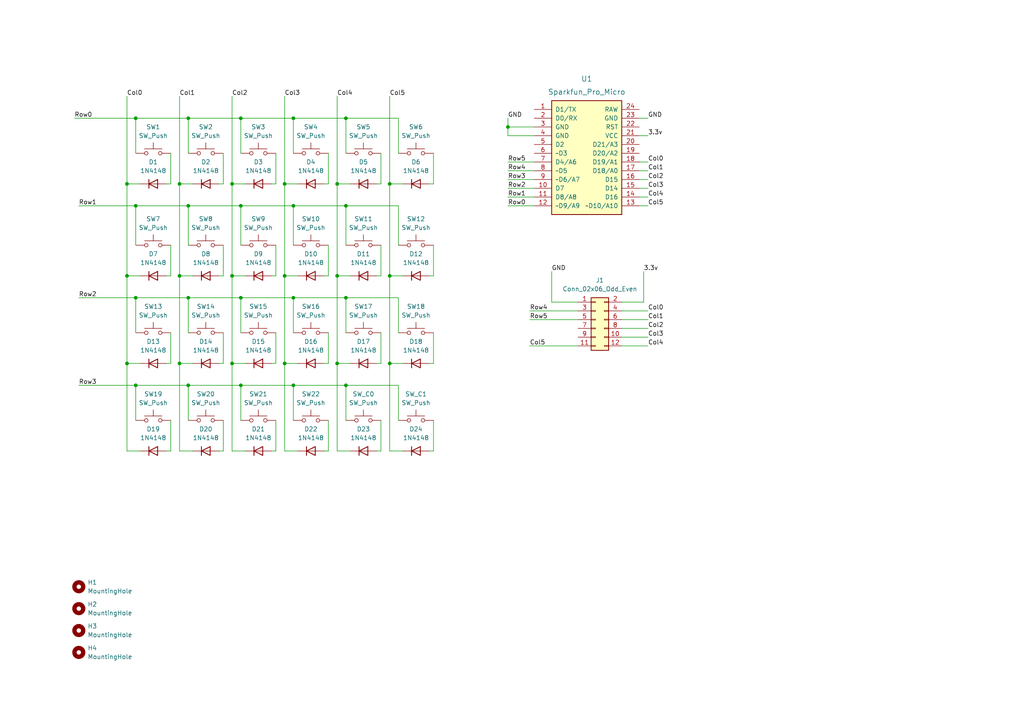
<source format=kicad_sch>
(kicad_sch (version 20211123) (generator eeschema)
  (paper "A4")
  (lib_symbols
    (symbol "Arduino:Sparkfun_Pro_Micro" (pin_names (offset 1.016))
      (property "Reference" "U" (at -8.89 21.59 0))
      (property "Value" "Sparkfun_Pro_Micro" (at 0 19.05 0))
      (symbol "Sparkfun_Pro_Micro_0_1"
        (rectangle (start -10.16 17.78) (end 10.16 -15.24) (stroke (width 0.254)) (fill (type background)))
      )
      (symbol "Sparkfun_Pro_Micro_1_1"
        (pin bidirectional line (at -15.24 15.24 0) (length 5.08) (name "D1/TX") (number "1"))
        (pin bidirectional line (at -15.24 -7.62 0) (length 5.08) (name "D7") (number "10"))
        (pin bidirectional line (at -15.24 -10.16 0) (length 5.08) (name "D8/A8") (number "11"))
        (pin bidirectional line (at -15.24 -12.7 0) (length 5.08) (name "~D9/A9") (number "12"))
        (pin bidirectional line (at 15.24 -12.7 180) (length 5.08) (name "~D10/A10") (number "13"))
        (pin bidirectional line (at 15.24 -10.16 180) (length 5.08) (name "D16") (number "14"))
        (pin bidirectional line (at 15.24 -7.62 180) (length 5.08) (name "D14") (number "15"))
        (pin bidirectional line (at 15.24 -5.08 180) (length 5.08) (name "D15") (number "16"))
        (pin bidirectional line (at 15.24 -2.54 180) (length 5.08) (name "D18/A0") (number "17"))
        (pin bidirectional line (at 15.24 0 180) (length 5.08) (name "D19/A1") (number "18"))
        (pin bidirectional line (at 15.24 2.54 180) (length 5.08) (name "D20/A2") (number "19"))
        (pin bidirectional line (at -15.24 12.7 0) (length 5.08) (name "D0/RX") (number "2"))
        (pin bidirectional line (at 15.24 5.08 180) (length 5.08) (name "D21/A3") (number "20"))
        (pin power_in line (at 15.24 7.62 180) (length 5.08) (name "VCC") (number "21"))
        (pin input line (at 15.24 10.16 180) (length 5.08) (name "RST") (number "22"))
        (pin power_in line (at 15.24 12.7 180) (length 5.08) (name "GND") (number "23"))
        (pin power_in line (at 15.24 15.24 180) (length 5.08) (name "RAW") (number "24"))
        (pin power_in line (at -15.24 10.16 0) (length 5.08) (name "GND") (number "3"))
        (pin power_in line (at -15.24 7.62 0) (length 5.08) (name "GND") (number "4"))
        (pin bidirectional line (at -15.24 5.08 0) (length 5.08) (name "D2") (number "5"))
        (pin bidirectional line (at -15.24 2.54 0) (length 5.08) (name "~D3") (number "6"))
        (pin bidirectional line (at -15.24 0 0) (length 5.08) (name "D4/A6") (number "7"))
        (pin bidirectional line (at -15.24 -2.54 0) (length 5.08) (name "~D5") (number "8"))
        (pin bidirectional line (at -15.24 -5.08 0) (length 5.08) (name "~D6/A7") (number "9"))
      )
    )
    (symbol "Connector_Generic:Conn_02x06_Odd_Even" (pin_names (offset 1.016) hide)
      (property "Reference" "J" (at 1.27 7.62 0))
      (property "Value" "Conn_02x06_Odd_Even" (at 1.27 -10.16 0))
      (symbol "Conn_02x06_Odd_Even_1_1"
        (rectangle (start -1.27 -7.493) (end 0 -7.747) (stroke (width 0.1524)))
        (rectangle (start -1.27 -4.953) (end 0 -5.207) (stroke (width 0.1524)))
        (rectangle (start -1.27 -2.413) (end 0 -2.667) (stroke (width 0.1524)))
        (rectangle (start -1.27 0.127) (end 0 -0.127) (stroke (width 0.1524)))
        (rectangle (start -1.27 2.667) (end 0 2.413) (stroke (width 0.1524)))
        (rectangle (start -1.27 5.207) (end 0 4.953) (stroke (width 0.1524)))
        (rectangle (start -1.27 6.35) (end 3.81 -8.89) (stroke (width 0.254)) (fill (type background)))
        (rectangle (start 3.81 -7.493) (end 2.54 -7.747) (stroke (width 0.1524)))
        (rectangle (start 3.81 -4.953) (end 2.54 -5.207) (stroke (width 0.1524)))
        (rectangle (start 3.81 -2.413) (end 2.54 -2.667) (stroke (width 0.1524)))
        (rectangle (start 3.81 0.127) (end 2.54 -0.127) (stroke (width 0.1524)))
        (rectangle (start 3.81 2.667) (end 2.54 2.413) (stroke (width 0.1524)))
        (rectangle (start 3.81 5.207) (end 2.54 4.953) (stroke (width 0.1524)))
        (pin passive line (at -5.08 5.08 0) (length 3.81) (name "Pin_1") (number "1"))
        (pin passive line (at 7.62 -5.08 180) (length 3.81) (name "Pin_10") (number "10"))
        (pin passive line (at -5.08 -7.62 0) (length 3.81) (name "Pin_11") (number "11"))
        (pin passive line (at 7.62 -7.62 180) (length 3.81) (name "Pin_12") (number "12"))
        (pin passive line (at 7.62 5.08 180) (length 3.81) (name "Pin_2") (number "2"))
        (pin passive line (at -5.08 2.54 0) (length 3.81) (name "Pin_3") (number "3"))
        (pin passive line (at 7.62 2.54 180) (length 3.81) (name "Pin_4") (number "4"))
        (pin passive line (at -5.08 0 0) (length 3.81) (name "Pin_5") (number "5"))
        (pin passive line (at 7.62 0 180) (length 3.81) (name "Pin_6") (number "6"))
        (pin passive line (at -5.08 -2.54 0) (length 3.81) (name "Pin_7") (number "7"))
        (pin passive line (at 7.62 -2.54 180) (length 3.81) (name "Pin_8") (number "8"))
        (pin passive line (at -5.08 -5.08 0) (length 3.81) (name "Pin_9") (number "9"))
      )
    )
    (symbol "Diode:1N4148" (pin_numbers hide) (pin_names (offset 1.016) hide)
      (property "Reference" "D" (at 0 2.54 0))
      (property "Value" "1N4148" (at 0 -2.54 0))
      (symbol "1N4148_0_1"
        (polyline (pts (xy -1.27 1.27) (xy -1.27 -1.27)) (stroke (width 0.254)))
        (polyline (pts (xy 1.27 0) (xy -1.27 0)))
        (polyline (pts (xy 1.27 1.27) (xy 1.27 -1.27) (xy -1.27 0) (xy 1.27 1.27)) (stroke (width 0.254)))
      )
      (symbol "1N4148_1_1"
        (pin passive line (at -3.81 0 0) (length 2.54) (name "K") (number "1"))
        (pin passive line (at 3.81 0 180) (length 2.54) (name "A") (number "2"))
      )
    )
    (symbol "Mechanical:MountingHole" (pin_names (offset 1.016))
      (property "Reference" "H" (at 0 5.08 0))
      (property "Value" "MountingHole" (at 0 3.175 0))
      (symbol "MountingHole_0_1"
        (circle (center 0 0) (radius 1.27) (stroke (width 1.27)))
      )
    )
    (symbol "Switch:SW_Push" (pin_numbers hide) (pin_names (offset 1.016) hide)
      (property "Reference" "SW" (at 1.27 2.54 0))
      (property "Value" "SW_Push" (at 0 -1.524 0))
      (symbol "SW_Push_0_1"
        (circle (center -2.032 0) (radius 0.508))
        (polyline (pts (xy 0 1.27) (xy 0 3.048)))
        (polyline (pts (xy 2.54 1.27) (xy -2.54 1.27)))
        (circle (center 2.032 0) (radius 0.508))
        (pin passive line (at -5.08 0 0) (length 2.54) (name "1") (number "1"))
        (pin passive line (at 5.08 0 180) (length 2.54) (name "2") (number "2"))
      )
    )
  )
  (junction (at 36.83 80.01))
  (junction (at 54.61 86.36))
  (junction (at 39.37 86.36))
  (junction (at 97.79 105.41))
  (junction (at 39.37 111.76))
  (junction (at 69.85 111.76))
  (junction (at 39.37 59.69))
  (junction (at 113.03 80.01))
  (junction (at 85.09 34.29))
  (junction (at 82.55 80.01))
  (junction (at 36.83 53.34))
  (junction (at 54.61 34.29))
  (junction (at 67.31 105.41))
  (junction (at 52.07 53.34))
  (junction (at 69.85 86.36))
  (junction (at 85.09 111.76))
  (junction (at 82.55 53.34))
  (junction (at 100.33 111.76))
  (junction (at 85.09 86.36))
  (junction (at 67.31 53.34))
  (junction (at 97.79 53.34))
  (junction (at 100.33 86.36))
  (junction (at 67.31 80.01))
  (junction (at 54.61 111.76))
  (junction (at 52.07 105.41))
  (junction (at 147.32 36.83))
  (junction (at 113.03 105.41))
  (junction (at 85.09 59.69))
  (junction (at 36.83 105.41))
  (junction (at 82.55 105.41))
  (junction (at 97.79 80.01))
  (junction (at 113.03 53.34))
  (junction (at 52.07 80.01))
  (junction (at 69.85 59.69))
  (junction (at 54.61 59.69))
  (junction (at 100.33 34.29))
  (junction (at 69.85 34.29))
  (junction (at 39.37 34.29))
  (junction (at 100.33 59.69))
  (wire (pts (xy 71.12 53.34) (xy 67.31 53.34)))
  (wire (pts (xy 64.77 121.92) (xy 64.77 130.81)))
  (wire (pts (xy 167.64 87.63) (xy 160.02 87.63)))
  (wire (pts (xy 101.6 80.01) (xy 97.79 80.01)))
  (wire (pts (xy 80.01 96.52) (xy 80.01 105.41)))
  (wire (pts (xy 55.88 130.81) (xy 52.07 130.81)))
  (wire (pts (xy 115.57 111.76) (xy 115.57 121.92)))
  (wire (pts (xy 80.01 130.81) (xy 78.74 130.81)))
  (wire (pts (xy 64.77 71.12) (xy 64.77 80.01)))
  (wire (pts (xy 82.55 130.81) (xy 82.55 105.41)))
  (wire (pts (xy 125.73 96.52) (xy 125.73 105.41)))
  (wire (pts (xy 49.53 96.52) (xy 49.53 105.41)))
  (wire (pts (xy 80.01 105.41) (xy 78.74 105.41)))
  (wire (pts (xy 95.25 105.41) (xy 93.98 105.41)))
  (wire (pts (xy 147.32 57.15) (xy 154.94 57.15)))
  (wire (pts (xy 67.31 80.01) (xy 67.31 53.34)))
  (wire (pts (xy 185.42 59.69) (xy 187.96 59.69)))
  (wire (pts (xy 185.42 57.15) (xy 187.96 57.15)))
  (wire (pts (xy 55.88 53.34) (xy 52.07 53.34)))
  (wire (pts (xy 69.85 86.36) (xy 69.85 96.52)))
  (wire (pts (xy 125.73 80.01) (xy 124.46 80.01)))
  (wire (pts (xy 64.77 44.45) (xy 64.77 53.34)))
  (wire (pts (xy 116.84 130.81) (xy 113.03 130.81)))
  (wire (pts (xy 116.84 105.41) (xy 113.03 105.41)))
  (wire (pts (xy 125.73 53.34) (xy 124.46 53.34)))
  (wire (pts (xy 147.32 59.69) (xy 154.94 59.69)))
  (wire (pts (xy 147.32 49.53) (xy 154.94 49.53)))
  (wire (pts (xy 125.73 121.92) (xy 125.73 130.81)))
  (wire (pts (xy 100.33 59.69) (xy 115.57 59.69)))
  (wire (pts (xy 110.49 44.45) (xy 110.49 53.34)))
  (wire (pts (xy 64.77 130.81) (xy 63.5 130.81)))
  (wire (pts (xy 54.61 111.76) (xy 69.85 111.76)))
  (wire (pts (xy 85.09 34.29) (xy 100.33 34.29)))
  (wire (pts (xy 54.61 59.69) (xy 69.85 59.69)))
  (wire (pts (xy 180.34 95.25) (xy 187.96 95.25)))
  (wire (pts (xy 110.49 130.81) (xy 109.22 130.81)))
  (wire (pts (xy 125.73 44.45) (xy 125.73 53.34)))
  (wire (pts (xy 49.53 44.45) (xy 49.53 53.34)))
  (wire (pts (xy 95.25 71.12) (xy 95.25 80.01)))
  (wire (pts (xy 147.32 34.29) (xy 147.32 36.83)))
  (wire (pts (xy 147.32 46.99) (xy 154.94 46.99)))
  (wire (pts (xy 86.36 80.01) (xy 82.55 80.01)))
  (wire (pts (xy 82.55 80.01) (xy 82.55 53.34)))
  (wire (pts (xy 110.49 53.34) (xy 109.22 53.34)))
  (wire (pts (xy 110.49 105.41) (xy 109.22 105.41)))
  (wire (pts (xy 22.86 59.69) (xy 39.37 59.69)))
  (wire (pts (xy 54.61 111.76) (xy 54.61 121.92)))
  (wire (pts (xy 49.53 121.92) (xy 49.53 130.81)))
  (wire (pts (xy 49.53 105.41) (xy 48.26 105.41)))
  (wire (pts (xy 69.85 86.36) (xy 85.09 86.36)))
  (wire (pts (xy 95.25 80.01) (xy 93.98 80.01)))
  (wire (pts (xy 86.36 130.81) (xy 82.55 130.81)))
  (wire (pts (xy 85.09 111.76) (xy 100.33 111.76)))
  (wire (pts (xy 67.31 80.01) (xy 67.31 105.41)))
  (wire (pts (xy 69.85 59.69) (xy 69.85 71.12)))
  (wire (pts (xy 85.09 86.36) (xy 100.33 86.36)))
  (wire (pts (xy 54.61 34.29) (xy 69.85 34.29)))
  (wire (pts (xy 36.83 53.34) (xy 36.83 80.01)))
  (wire (pts (xy 86.36 53.34) (xy 82.55 53.34)))
  (wire (pts (xy 100.33 34.29) (xy 100.33 44.45)))
  (wire (pts (xy 55.88 80.01) (xy 52.07 80.01)))
  (wire (pts (xy 67.31 53.34) (xy 67.31 27.94)))
  (wire (pts (xy 160.02 78.74) (xy 160.02 87.63)))
  (wire (pts (xy 95.25 130.81) (xy 93.98 130.81)))
  (wire (pts (xy 147.32 36.83) (xy 147.32 39.37)))
  (wire (pts (xy 52.07 80.01) (xy 52.07 105.41)))
  (wire (pts (xy 97.79 80.01) (xy 97.79 53.34)))
  (wire (pts (xy 115.57 59.69) (xy 115.57 71.12)))
  (wire (pts (xy 97.79 130.81) (xy 97.79 105.41)))
  (wire (pts (xy 100.33 86.36) (xy 100.33 96.52)))
  (wire (pts (xy 71.12 105.41) (xy 67.31 105.41)))
  (wire (pts (xy 116.84 80.01) (xy 113.03 80.01)))
  (wire (pts (xy 100.33 111.76) (xy 115.57 111.76)))
  (wire (pts (xy 71.12 130.81) (xy 67.31 130.81)))
  (wire (pts (xy 85.09 59.69) (xy 85.09 71.12)))
  (wire (pts (xy 95.25 121.92) (xy 95.25 130.81)))
  (wire (pts (xy 180.34 92.71) (xy 187.96 92.71)))
  (wire (pts (xy 69.85 34.29) (xy 69.85 44.45)))
  (wire (pts (xy 101.6 130.81) (xy 97.79 130.81)))
  (wire (pts (xy 180.34 100.33) (xy 187.96 100.33)))
  (wire (pts (xy 55.88 105.41) (xy 52.07 105.41)))
  (wire (pts (xy 49.53 53.34) (xy 48.26 53.34)))
  (wire (pts (xy 52.07 53.34) (xy 52.07 27.94)))
  (wire (pts (xy 113.03 130.81) (xy 113.03 105.41)))
  (wire (pts (xy 52.07 130.81) (xy 52.07 105.41)))
  (wire (pts (xy 39.37 59.69) (xy 39.37 71.12)))
  (wire (pts (xy 153.67 92.71) (xy 167.64 92.71)))
  (wire (pts (xy 80.01 80.01) (xy 78.74 80.01)))
  (wire (pts (xy 67.31 105.41) (xy 67.31 130.81)))
  (wire (pts (xy 36.83 130.81) (xy 36.83 105.41)))
  (wire (pts (xy 40.64 105.41) (xy 36.83 105.41)))
  (wire (pts (xy 86.36 105.41) (xy 82.55 105.41)))
  (wire (pts (xy 64.77 105.41) (xy 63.5 105.41)))
  (wire (pts (xy 85.09 34.29) (xy 85.09 44.45)))
  (wire (pts (xy 125.73 105.41) (xy 124.46 105.41)))
  (wire (pts (xy 153.67 90.17) (xy 167.64 90.17)))
  (wire (pts (xy 147.32 52.07) (xy 154.94 52.07)))
  (wire (pts (xy 36.83 53.34) (xy 40.64 53.34)))
  (wire (pts (xy 185.42 54.61) (xy 187.96 54.61)))
  (wire (pts (xy 180.34 90.17) (xy 187.96 90.17)))
  (wire (pts (xy 54.61 86.36) (xy 54.61 96.52)))
  (wire (pts (xy 52.07 53.34) (xy 52.07 80.01)))
  (wire (pts (xy 69.85 111.76) (xy 69.85 121.92)))
  (wire (pts (xy 185.42 34.29) (xy 187.96 34.29)))
  (wire (pts (xy 115.57 34.29) (xy 100.33 34.29)))
  (wire (pts (xy 113.03 105.41) (xy 113.03 80.01)))
  (wire (pts (xy 113.03 80.01) (xy 113.03 53.34)))
  (wire (pts (xy 95.25 53.34) (xy 93.98 53.34)))
  (wire (pts (xy 185.42 52.07) (xy 187.96 52.07)))
  (wire (pts (xy 64.77 96.52) (xy 64.77 105.41)))
  (wire (pts (xy 80.01 71.12) (xy 80.01 80.01)))
  (wire (pts (xy 97.79 53.34) (xy 97.79 27.94)))
  (wire (pts (xy 113.03 53.34) (xy 113.03 27.94)))
  (wire (pts (xy 82.55 53.34) (xy 82.55 27.94)))
  (wire (pts (xy 116.84 53.34) (xy 113.03 53.34)))
  (wire (pts (xy 54.61 86.36) (xy 69.85 86.36)))
  (wire (pts (xy 39.37 86.36) (xy 39.37 96.52)))
  (wire (pts (xy 153.67 100.33) (xy 167.64 100.33)))
  (wire (pts (xy 69.85 59.69) (xy 85.09 59.69)))
  (wire (pts (xy 110.49 121.92) (xy 110.49 130.81)))
  (wire (pts (xy 100.33 111.76) (xy 100.33 121.92)))
  (wire (pts (xy 80.01 44.45) (xy 80.01 53.34)))
  (wire (pts (xy 180.34 97.79) (xy 187.96 97.79)))
  (wire (pts (xy 39.37 34.29) (xy 54.61 34.29)))
  (wire (pts (xy 100.33 59.69) (xy 100.33 71.12)))
  (wire (pts (xy 39.37 111.76) (xy 54.61 111.76)))
  (wire (pts (xy 147.32 39.37) (xy 154.94 39.37)))
  (wire (pts (xy 95.25 44.45) (xy 95.25 53.34)))
  (wire (pts (xy 85.09 86.36) (xy 85.09 96.52)))
  (wire (pts (xy 101.6 53.34) (xy 97.79 53.34)))
  (wire (pts (xy 54.61 34.29) (xy 54.61 44.45)))
  (wire (pts (xy 82.55 105.41) (xy 82.55 80.01)))
  (wire (pts (xy 21.59 34.29) (xy 39.37 34.29)))
  (wire (pts (xy 85.09 111.76) (xy 85.09 121.92)))
  (wire (pts (xy 125.73 130.81) (xy 124.46 130.81)))
  (wire (pts (xy 80.01 121.92) (xy 80.01 130.81)))
  (wire (pts (xy 95.25 96.52) (xy 95.25 105.41)))
  (wire (pts (xy 39.37 34.29) (xy 39.37 44.45)))
  (wire (pts (xy 64.77 80.01) (xy 63.5 80.01)))
  (wire (pts (xy 100.33 86.36) (xy 115.57 86.36)))
  (wire (pts (xy 49.53 80.01) (xy 48.26 80.01)))
  (wire (pts (xy 40.64 130.81) (xy 36.83 130.81)))
  (wire (pts (xy 85.09 59.69) (xy 100.33 59.69)))
  (wire (pts (xy 36.83 105.41) (xy 36.83 80.01)))
  (wire (pts (xy 180.34 87.63) (xy 186.69 87.63)))
  (wire (pts (xy 36.83 27.94) (xy 36.83 53.34)))
  (wire (pts (xy 110.49 80.01) (xy 109.22 80.01)))
  (wire (pts (xy 39.37 111.76) (xy 39.37 121.92)))
  (wire (pts (xy 71.12 80.01) (xy 67.31 80.01)))
  (wire (pts (xy 39.37 86.36) (xy 54.61 86.36)))
  (wire (pts (xy 185.42 39.37) (xy 187.96 39.37)))
  (wire (pts (xy 49.53 71.12) (xy 49.53 80.01)))
  (wire (pts (xy 49.53 130.81) (xy 48.26 130.81)))
  (wire (pts (xy 147.32 54.61) (xy 154.94 54.61)))
  (wire (pts (xy 69.85 34.29) (xy 85.09 34.29)))
  (wire (pts (xy 69.85 111.76) (xy 85.09 111.76)))
  (wire (pts (xy 64.77 53.34) (xy 63.5 53.34)))
  (wire (pts (xy 101.6 105.41) (xy 97.79 105.41)))
  (wire (pts (xy 147.32 36.83) (xy 154.94 36.83)))
  (wire (pts (xy 185.42 46.99) (xy 187.96 46.99)))
  (wire (pts (xy 40.64 80.01) (xy 36.83 80.01)))
  (wire (pts (xy 115.57 44.45) (xy 115.57 34.29)))
  (wire (pts (xy 186.69 78.74) (xy 186.69 87.63)))
  (wire (pts (xy 22.86 111.76) (xy 39.37 111.76)))
  (wire (pts (xy 110.49 71.12) (xy 110.49 80.01)))
  (wire (pts (xy 97.79 105.41) (xy 97.79 80.01)))
  (wire (pts (xy 22.86 86.36) (xy 39.37 86.36)))
  (wire (pts (xy 110.49 96.52) (xy 110.49 105.41)))
  (wire (pts (xy 115.57 86.36) (xy 115.57 96.52)))
  (wire (pts (xy 39.37 59.69) (xy 54.61 59.69)))
  (wire (pts (xy 80.01 53.34) (xy 78.74 53.34)))
  (wire (pts (xy 125.73 71.12) (xy 125.73 80.01)))
  (wire (pts (xy 185.42 49.53) (xy 187.96 49.53)))
  (wire (pts (xy 54.61 59.69) (xy 54.61 71.12)))
  (label "Row3" (at 147.32 52.07 0))
  (label "Row4" (at 153.67 90.17 0))
  (label "Col0" (at 187.96 46.99 0))
  (label "GND" (at 147.32 34.29 0))
  (label "Col3" (at 187.96 54.61 0))
  (label "3.3v" (at 187.96 39.37 0))
  (label "Col5" (at 187.96 59.69 0))
  (label "Row1" (at 147.32 57.15 0))
  (label "Row1" (at 22.86 59.69 0))
  (label "Row0" (at 147.32 59.69 0))
  (label "Col1" (at 187.96 92.71 0))
  (label "Row2" (at 22.86 86.36 0))
  (label "Col3" (at 82.55 27.94 0))
  (label "Col2" (at 187.96 52.07 0))
  (label "Col1" (at 187.96 49.53 0))
  (label "Row5" (at 147.32 46.99 0))
  (label "Row4" (at 147.32 49.53 0))
  (label "Col3" (at 187.96 97.79 0))
  (label "Col4" (at 97.79 27.94 0))
  (label "Col0" (at 36.83 27.94 0))
  (label "Row5" (at 153.67 92.71 0))
  (label "Col5" (at 153.67 100.33 0))
  (label "Row3" (at 22.86 111.76 0))
  (label "Col4" (at 187.96 57.15 0))
  (label "Col1" (at 52.07 27.94 0))
  (label "Row2" (at 147.32 54.61 0))
  (label "GND" (at 187.96 34.29 0))
  (label "Col5" (at 113.03 27.94 0))
  (label "GND" (at 160.02 78.74 0))
  (label "Col4" (at 187.96 100.33 0))
  (label "Row0" (at 21.59 34.29 0))
  (label "Col2" (at 187.96 95.25 0))
  (label "Col2" (at 67.31 27.94 0))
  (label "Col0" (at 187.96 90.17 0))
  (label "3.3v" (at 186.69 78.74 0))
  (symbol (lib_id "Diode:1N4148") (at 120.65 105.41 0) (unit 1)
    (property "Reference" "D18" (at 120.65 99.06 0))
    (property "Value" "1N4148" (at 120.65 101.6 0))
    (property "Footprint" "Diode_THT:D_DO-35_SOD27_P7.62mm_Horizontal" (effects hide))
    (property "Datasheet" "https://assets.nexperia.com/documents/data-sheet/1N4148_1N4448.pdf" (effects hide))
  )
  (symbol (lib_id "Diode:1N4148") (at 74.93 80.01 0) (unit 1)
    (property "Reference" "D9" (at 74.93 73.66 0))
    (property "Value" "1N4148" (at 74.93 76.2 0))
    (property "Footprint" "Diode_THT:D_DO-35_SOD27_P7.62mm_Horizontal" (effects hide))
    (property "Datasheet" "https://assets.nexperia.com/documents/data-sheet/1N4148_1N4448.pdf" (effects hide))
  )
  (symbol (lib_id "Diode:1N4148") (at 105.41 53.34 0) (unit 1)
    (property "Reference" "D5" (at 105.41 46.99 0))
    (property "Value" "1N4148" (at 105.41 49.53 0))
    (property "Footprint" "Diode_THT:D_DO-35_SOD27_P7.62mm_Horizontal" (effects hide))
    (property "Datasheet" "https://assets.nexperia.com/documents/data-sheet/1N4148_1N4448.pdf" (effects hide))
  )
  (symbol (lib_id "Diode:1N4148") (at 44.45 105.41 0) (unit 1)
    (property "Reference" "D13" (at 44.45 99.06 0))
    (property "Value" "1N4148" (at 44.45 101.6 0))
    (property "Footprint" "Diode_THT:D_DO-35_SOD27_P7.62mm_Horizontal" (effects hide))
    (property "Datasheet" "https://assets.nexperia.com/documents/data-sheet/1N4148_1N4448.pdf" (effects hide))
  )
  (symbol (lib_id "Switch:SW_Push") (at 105.41 121.92 0) (unit 1)
    (property "Reference" "SW_C0" (at 105.41 114.3 0))
    (property "Value" "SW_Push" (at 105.41 116.84 0))
    (property "Footprint" "Button_Switch_THT:SW_PUSH_6mm_H7.3mm" (effects hide))
  )
  (symbol (lib_id "Diode:1N4148") (at 105.41 105.41 0) (unit 1)
    (property "Reference" "D17" (at 105.41 99.06 0))
    (property "Value" "1N4148" (at 105.41 101.6 0))
    (property "Footprint" "Diode_THT:D_DO-35_SOD27_P7.62mm_Horizontal" (effects hide))
    (property "Datasheet" "https://assets.nexperia.com/documents/data-sheet/1N4148_1N4448.pdf" (effects hide))
  )
  (symbol (lib_id "Diode:1N4148") (at 59.69 105.41 0) (unit 1)
    (property "Reference" "D14" (at 59.69 99.06 0))
    (property "Value" "1N4148" (at 59.69 101.6 0))
    (property "Footprint" "Diode_THT:D_DO-35_SOD27_P7.62mm_Horizontal" (effects hide))
    (property "Datasheet" "https://assets.nexperia.com/documents/data-sheet/1N4148_1N4448.pdf" (effects hide))
  )
  (symbol (lib_id "Switch:SW_Push") (at 44.45 44.45 0) (unit 1)
    (property "Reference" "SW1" (at 44.45 36.83 0))
    (property "Value" "SW_Push" (at 44.45 39.37 0))
    (property "Footprint" "MX_Only:MXOnly-1U-Hotswap" (effects hide))
  )
  (symbol (lib_id "Mechanical:MountingHole") (at 22.86 189.23 0) (unit 1)
    (property "Reference" "H4" (at 25.4 187.9599 0) (effects (justify left)))
    (property "Value" "MountingHole" (at 25.4 190.4999 0) (effects (justify left)))
    (property "Footprint" "MountingHole:MountingHole_3.2mm_M3" (effects hide))
  )
  (symbol (lib_id "Mechanical:MountingHole") (at 22.86 170.18 0) (unit 1)
    (property "Reference" "H1" (at 25.4 168.9099 0) (effects (justify left)))
    (property "Value" "MountingHole" (at 25.4 171.4499 0) (effects (justify left)))
    (property "Footprint" "MountingHole:MountingHole_3.2mm_M3" (effects hide))
  )
  (symbol (lib_id "Switch:SW_Push") (at 120.65 71.12 0) (unit 1)
    (property "Reference" "SW12" (at 120.65 63.5 0))
    (property "Value" "SW_Push" (at 120.65 66.04 0))
    (property "Footprint" "MX_Only:MXOnly-1U-Hotswap" (effects hide))
  )
  (symbol (lib_id "Diode:1N4148") (at 120.65 80.01 0) (unit 1)
    (property "Reference" "D12" (at 120.65 73.66 0))
    (property "Value" "1N4148" (at 120.65 76.2 0))
    (property "Footprint" "Diode_THT:D_DO-35_SOD27_P7.62mm_Horizontal" (effects hide))
    (property "Datasheet" "https://assets.nexperia.com/documents/data-sheet/1N4148_1N4448.pdf" (effects hide))
  )
  (symbol (lib_id "Switch:SW_Push") (at 120.65 96.52 0) (unit 1)
    (property "Reference" "SW18" (at 120.65 88.9 0))
    (property "Value" "SW_Push" (at 120.65 91.44 0))
    (property "Footprint" "MX_Only:MXOnly-1U-Hotswap" (effects hide))
  )
  (symbol (lib_id "Diode:1N4148") (at 74.93 105.41 0) (unit 1)
    (property "Reference" "D15" (at 74.93 99.06 0))
    (property "Value" "1N4148" (at 74.93 101.6 0))
    (property "Footprint" "Diode_THT:D_DO-35_SOD27_P7.62mm_Horizontal" (effects hide))
    (property "Datasheet" "https://assets.nexperia.com/documents/data-sheet/1N4148_1N4448.pdf" (effects hide))
  )
  (symbol (lib_id "Mechanical:MountingHole") (at 22.86 182.88 0) (unit 1)
    (property "Reference" "H3" (at 25.4 181.6099 0) (effects (justify left)))
    (property "Value" "MountingHole" (at 25.4 184.1499 0) (effects (justify left)))
    (property "Footprint" "MountingHole:MountingHole_3.2mm_M3" (effects hide))
  )
  (symbol (lib_id "Switch:SW_Push") (at 44.45 71.12 0) (unit 1)
    (property "Reference" "SW7" (at 44.45 63.5 0))
    (property "Value" "SW_Push" (at 44.45 66.04 0))
    (property "Footprint" "MX_Only:MXOnly-1U-Hotswap" (effects hide))
  )
  (symbol (lib_id "Diode:1N4148") (at 74.93 130.81 0) (unit 1)
    (property "Reference" "D21" (at 74.93 124.46 0))
    (property "Value" "1N4148" (at 74.93 127 0))
    (property "Footprint" "Diode_THT:D_DO-35_SOD27_P7.62mm_Horizontal" (effects hide))
    (property "Datasheet" "https://assets.nexperia.com/documents/data-sheet/1N4148_1N4448.pdf" (effects hide))
  )
  (symbol (lib_id "Switch:SW_Push") (at 105.41 71.12 0) (unit 1)
    (property "Reference" "SW11" (at 105.41 63.5 0))
    (property "Value" "SW_Push" (at 105.41 66.04 0))
    (property "Footprint" "MX_Only:MXOnly-1U-Hotswap" (effects hide))
  )
  (symbol (lib_id "Mechanical:MountingHole") (at 22.86 176.53 0) (unit 1)
    (property "Reference" "H2" (at 25.4 175.2599 0) (effects (justify left)))
    (property "Value" "MountingHole" (at 25.4 177.7999 0) (effects (justify left)))
    (property "Footprint" "MountingHole:MountingHole_3.2mm_M3" (effects hide))
  )
  (symbol (lib_id "Diode:1N4148") (at 59.69 80.01 0) (unit 1)
    (property "Reference" "D8" (at 59.69 73.66 0))
    (property "Value" "1N4148" (at 59.69 76.2 0))
    (property "Footprint" "Diode_THT:D_DO-35_SOD27_P7.62mm_Horizontal" (effects hide))
    (property "Datasheet" "https://assets.nexperia.com/documents/data-sheet/1N4148_1N4448.pdf" (effects hide))
  )
  (symbol (lib_id "Arduino:Sparkfun_Pro_Micro") (at 170.18 46.99 0) (unit 1)
    (property "Reference" "U1" (at 170.18 22.86 0) (effects (font (size 1.524 1.524))))
    (property "Value" "Sparkfun_Pro_Micro" (at 170.18 26.67 0) (effects (font (size 1.524 1.524))))
    (property "Footprint" "Arduino:Sparkfun_Pro_Micro" (effects hide))
    (property "Datasheet" "https://www.sparkfun.com/products/12640" (effects hide))
  )
  (symbol (lib_id "Switch:SW_Push") (at 74.93 96.52 0) (unit 1)
    (property "Reference" "SW15" (at 74.93 88.9 0))
    (property "Value" "SW_Push" (at 74.93 91.44 0))
    (property "Footprint" "MX_Only:MXOnly-1.25U-Hotswap" (effects hide))
  )
  (symbol (lib_id "Diode:1N4148") (at 90.17 53.34 0) (unit 1)
    (property "Reference" "D4" (at 90.17 46.99 0))
    (property "Value" "1N4148" (at 90.17 49.53 0))
    (property "Footprint" "Diode_THT:D_DO-35_SOD27_P7.62mm_Horizontal" (effects hide))
    (property "Datasheet" "https://assets.nexperia.com/documents/data-sheet/1N4148_1N4448.pdf" (effects hide))
  )
  (symbol (lib_id "Switch:SW_Push") (at 44.45 96.52 0) (unit 1)
    (property "Reference" "SW13" (at 44.45 88.9 0))
    (property "Value" "SW_Push" (at 44.45 91.44 0))
    (property "Footprint" "MX_Only:MXOnly-1U-Hotswap" (effects hide))
  )
  (symbol (lib_id "Switch:SW_Push") (at 90.17 71.12 0) (unit 1)
    (property "Reference" "SW10" (at 90.17 63.5 0))
    (property "Value" "SW_Push" (at 90.17 66.04 0))
    (property "Footprint" "MX_Only:MXOnly-1U-Hotswap" (effects hide))
  )
  (symbol (lib_id "Diode:1N4148") (at 44.45 53.34 0) (unit 1)
    (property "Reference" "D1" (at 44.45 46.99 0))
    (property "Value" "1N4148" (at 44.45 49.53 0))
    (property "Footprint" "Diode_THT:D_DO-35_SOD27_P7.62mm_Horizontal" (effects hide))
    (property "Datasheet" "https://assets.nexperia.com/documents/data-sheet/1N4148_1N4448.pdf" (effects hide))
  )
  (symbol (lib_id "Diode:1N4148") (at 74.93 53.34 0) (unit 1)
    (property "Reference" "D3" (at 74.93 46.99 0))
    (property "Value" "1N4148" (at 74.93 49.53 0))
    (property "Footprint" "Diode_THT:D_DO-35_SOD27_P7.62mm_Horizontal" (effects hide))
    (property "Datasheet" "https://assets.nexperia.com/documents/data-sheet/1N4148_1N4448.pdf" (effects hide))
  )
  (symbol (lib_id "Switch:SW_Push") (at 74.93 71.12 0) (unit 1)
    (property "Reference" "SW9" (at 74.93 63.5 0))
    (property "Value" "SW_Push" (at 74.93 66.04 0))
    (property "Footprint" "MX_Only:MXOnly-1U-Hotswap" (effects hide))
  )
  (symbol (lib_id "Switch:SW_Push") (at 90.17 121.92 0) (unit 1)
    (property "Reference" "SW22" (at 90.17 114.3 0))
    (property "Value" "SW_Push" (at 90.17 116.84 0))
    (property "Footprint" "MX_Only:MXOnly-2U-Hotswap" (effects hide))
  )
  (symbol (lib_id "Switch:SW_Push") (at 74.93 44.45 0) (unit 1)
    (property "Reference" "SW3" (at 74.93 36.83 0))
    (property "Value" "SW_Push" (at 74.93 39.37 0))
    (property "Footprint" "MX_Only:MXOnly-1U-Hotswap" (effects hide))
  )
  (symbol (lib_id "Connector_Generic:Conn_02x06_Odd_Even") (at 172.72 92.71 0) (unit 1)
    (property "Reference" "J1" (at 173.99 81.28 0))
    (property "Value" "Conn_02x06_Odd_Even" (at 173.99 83.82 0))
    (property "Footprint" "Connector_PinHeader_2.54mm:PinHeader_2x06_P2.54mm_Horizontal" (effects hide))
  )
  (symbol (lib_id "Diode:1N4148") (at 120.65 130.81 0) (unit 1)
    (property "Reference" "D24" (at 120.65 124.46 0))
    (property "Value" "1N4148" (at 120.65 127 0))
    (property "Footprint" "Diode_THT:D_DO-35_SOD27_P7.62mm_Horizontal" (effects hide))
    (property "Datasheet" "https://assets.nexperia.com/documents/data-sheet/1N4148_1N4448.pdf" (effects hide))
  )
  (symbol (lib_id "Diode:1N4148") (at 59.69 53.34 0) (unit 1)
    (property "Reference" "D2" (at 59.69 46.99 0))
    (property "Value" "1N4148" (at 59.69 49.53 0))
    (property "Footprint" "Diode_THT:D_DO-35_SOD27_P7.62mm_Horizontal" (effects hide))
    (property "Datasheet" "https://assets.nexperia.com/documents/data-sheet/1N4148_1N4448.pdf" (effects hide))
  )
  (symbol (lib_id "Switch:SW_Push") (at 44.45 121.92 0) (unit 1)
    (property "Reference" "SW19" (at 44.45 114.3 0))
    (property "Value" "SW_Push" (at 44.45 116.84 0))
    (property "Footprint" "MX_Only:MXOnly-1.25U-Hotswap" (effects hide))
  )
  (symbol (lib_id "Diode:1N4148") (at 90.17 130.81 0) (unit 1)
    (property "Reference" "D22" (at 90.17 124.46 0))
    (property "Value" "1N4148" (at 90.17 127 0))
    (property "Footprint" "Diode_THT:D_DO-35_SOD27_P7.62mm_Horizontal" (effects hide))
    (property "Datasheet" "https://assets.nexperia.com/documents/data-sheet/1N4148_1N4448.pdf" (effects hide))
  )
  (symbol (lib_id "Switch:SW_Push") (at 120.65 121.92 0) (unit 1)
    (property "Reference" "SW_C1" (at 120.65 114.3 0))
    (property "Value" "SW_Push" (at 120.65 116.84 0))
    (property "Footprint" "Button_Switch_THT:SW_PUSH_6mm_H7.3mm" (effects hide))
  )
  (symbol (lib_id "Diode:1N4148") (at 90.17 105.41 0) (unit 1)
    (property "Reference" "D16" (at 90.17 99.06 0))
    (property "Value" "1N4148" (at 90.17 101.6 0))
    (property "Footprint" "Diode_THT:D_DO-35_SOD27_P7.62mm_Horizontal" (effects hide))
    (property "Datasheet" "https://assets.nexperia.com/documents/data-sheet/1N4148_1N4448.pdf" (effects hide))
  )
  (symbol (lib_id "Diode:1N4148") (at 105.41 80.01 0) (unit 1)
    (property "Reference" "D11" (at 105.41 73.66 0))
    (property "Value" "1N4148" (at 105.41 76.2 0))
    (property "Footprint" "Diode_THT:D_DO-35_SOD27_P7.62mm_Horizontal" (effects hide))
    (property "Datasheet" "https://assets.nexperia.com/documents/data-sheet/1N4148_1N4448.pdf" (effects hide))
  )
  (symbol (lib_id "Switch:SW_Push") (at 105.41 96.52 0) (unit 1)
    (property "Reference" "SW17" (at 105.41 88.9 0))
    (property "Value" "SW_Push" (at 105.41 91.44 0))
    (property "Footprint" "MX_Only:MXOnly-1U-Hotswap" (effects hide))
  )
  (symbol (lib_id "Switch:SW_Push") (at 105.41 44.45 0) (unit 1)
    (property "Reference" "SW5" (at 105.41 36.83 0))
    (property "Value" "SW_Push" (at 105.41 39.37 0))
    (property "Footprint" "MX_Only:MXOnly-1U-Hotswap" (effects hide))
  )
  (symbol (lib_id "Diode:1N4148") (at 59.69 130.81 0) (unit 1)
    (property "Reference" "D20" (at 59.69 124.46 0))
    (property "Value" "1N4148" (at 59.69 127 0))
    (property "Footprint" "Diode_THT:D_DO-35_SOD27_P7.62mm_Horizontal" (effects hide))
    (property "Datasheet" "https://assets.nexperia.com/documents/data-sheet/1N4148_1N4448.pdf" (effects hide))
  )
  (symbol (lib_id "Switch:SW_Push") (at 59.69 44.45 0) (unit 1)
    (property "Reference" "SW2" (at 59.69 36.83 0))
    (property "Value" "SW_Push" (at 59.69 39.37 0))
    (property "Footprint" "MX_Only:MXOnly-1U-Hotswap" (effects hide))
  )
  (symbol (lib_id "Switch:SW_Push") (at 59.69 71.12 0) (unit 1)
    (property "Reference" "SW8" (at 59.69 63.5 0))
    (property "Value" "SW_Push" (at 59.69 66.04 0))
    (property "Footprint" "MX_Only:MXOnly-1U-Hotswap" (effects hide))
  )
  (symbol (lib_id "Switch:SW_Push") (at 59.69 96.52 0) (unit 1)
    (property "Reference" "SW14" (at 59.69 88.9 0))
    (property "Value" "SW_Push" (at 59.69 91.44 0))
    (property "Footprint" "MX_Only:MXOnly-1U-Hotswap" (effects hide))
  )
  (symbol (lib_id "Switch:SW_Push") (at 59.69 121.92 0) (unit 1)
    (property "Reference" "SW20" (at 59.69 114.3 0))
    (property "Value" "SW_Push" (at 59.69 116.84 0))
    (property "Footprint" "MX_Only:MXOnly-2U-Hotswap" (effects hide))
  )
  (symbol (lib_id "Switch:SW_Push") (at 120.65 44.45 0) (unit 1)
    (property "Reference" "SW6" (at 120.65 36.83 0))
    (property "Value" "SW_Push" (at 120.65 39.37 0))
    (property "Footprint" "MX_Only:MXOnly-1U-Hotswap" (effects hide))
  )
  (symbol (lib_id "Diode:1N4148") (at 90.17 80.01 0) (unit 1)
    (property "Reference" "D10" (at 90.17 73.66 0))
    (property "Value" "1N4148" (at 90.17 76.2 0))
    (property "Footprint" "Diode_THT:D_DO-35_SOD27_P7.62mm_Horizontal" (effects hide))
    (property "Datasheet" "https://assets.nexperia.com/documents/data-sheet/1N4148_1N4448.pdf" (effects hide))
  )
  (symbol (lib_id "Diode:1N4148") (at 120.65 53.34 0) (unit 1)
    (property "Reference" "D6" (at 120.65 46.99 0))
    (property "Value" "1N4148" (at 120.65 49.53 0))
    (property "Footprint" "Diode_THT:D_DO-35_SOD27_P7.62mm_Horizontal" (effects hide))
    (property "Datasheet" "https://assets.nexperia.com/documents/data-sheet/1N4148_1N4448.pdf" (effects hide))
  )
  (symbol (lib_id "Diode:1N4148") (at 44.45 80.01 0) (unit 1)
    (property "Reference" "D7" (at 44.45 73.66 0))
    (property "Value" "1N4148" (at 44.45 76.2 0))
    (property "Footprint" "Diode_THT:D_DO-35_SOD27_P7.62mm_Horizontal" (effects hide))
    (property "Datasheet" "https://assets.nexperia.com/documents/data-sheet/1N4148_1N4448.pdf" (effects hide))
  )
  (symbol (lib_id "Diode:1N4148") (at 105.41 130.81 0) (unit 1)
    (property "Reference" "D23" (at 105.41 124.46 0))
    (property "Value" "1N4148" (at 105.41 127 0))
    (property "Footprint" "Diode_THT:D_DO-35_SOD27_P7.62mm_Horizontal" (effects hide))
    (property "Datasheet" "https://assets.nexperia.com/documents/data-sheet/1N4148_1N4448.pdf" (effects hide))
  )
  (symbol (lib_id "Switch:SW_Push") (at 90.17 44.45 0) (unit 1)
    (property "Reference" "SW4" (at 90.17 36.83 0))
    (property "Value" "SW_Push" (at 90.17 39.37 0))
    (property "Footprint" "MX_Only:MXOnly-1U-Hotswap" (effects hide))
  )
  (symbol (lib_id "Switch:SW_Push") (at 90.17 96.52 0) (unit 1)
    (property "Reference" "SW16" (at 90.17 88.9 0))
    (property "Value" "SW_Push" (at 90.17 91.44 0))
    (property "Footprint" "MX_Only:MXOnly-1U-Hotswap" (effects hide))
  )
  (symbol (lib_id "Switch:SW_Push") (at 74.93 121.92 0) (unit 1)
    (property "Reference" "SW21" (at 74.93 114.3 0))
    (property "Value" "SW_Push" (at 74.93 116.84 0))
    (property "Footprint" "MX_Only:MXOnly-1U-Hotswap" (effects hide))
  )
  (symbol (lib_id "Diode:1N4148") (at 44.45 130.81 0) (unit 1)
    (property "Reference" "D19" (at 44.45 124.46 0))
    (property "Value" "1N4148" (at 44.45 127 0))
    (property "Footprint" "Diode_THT:D_DO-35_SOD27_P7.62mm_Horizontal" (effects hide))
    (property "Datasheet" "https://assets.nexperia.com/documents/data-sheet/1N4148_1N4448.pdf" (effects hide))
  )
)
</source>
